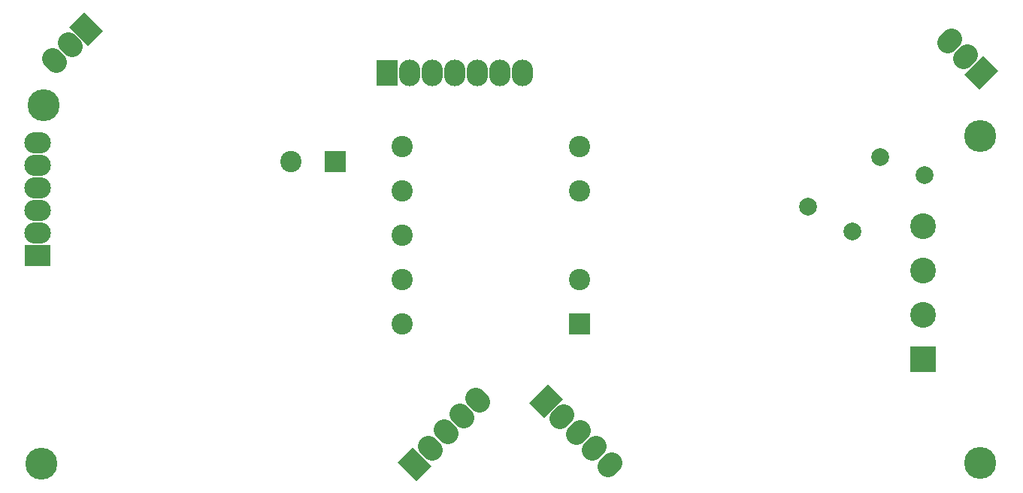
<source format=gbs>
G04 #@! TF.FileFunction,Soldermask,Bot*
%FSLAX46Y46*%
G04 Gerber Fmt 4.6, Leading zero omitted, Abs format (unit mm)*
G04 Created by KiCad (PCBNEW 4.0.7) date 11/07/17 19:12:29*
%MOMM*%
%LPD*%
G01*
G04 APERTURE LIST*
%ADD10C,0.100000*%
%ADD11C,3.600000*%
%ADD12C,2.900000*%
%ADD13R,2.900000X2.900000*%
%ADD14R,2.400000X2.400000*%
%ADD15C,2.400000*%
%ADD16C,2.400000*%
%ADD17O,2.400000X3.000000*%
%ADD18R,2.400000X3.000000*%
%ADD19O,3.000000X2.400000*%
%ADD20R,3.000000X2.400000*%
%ADD21C,2.000000*%
G04 APERTURE END LIST*
D10*
D11*
X213487000Y-78867000D03*
X107696000Y-115824000D03*
X107950000Y-75438000D03*
D12*
X207010000Y-89060000D03*
X207010000Y-94060000D03*
D13*
X207010000Y-104060000D03*
D12*
X207010000Y-99060000D03*
D14*
X168369000Y-100090000D03*
D15*
X168369000Y-95090000D03*
X168369000Y-85090000D03*
X168369000Y-80090000D03*
X148369000Y-80090000D03*
X148369000Y-85090000D03*
X148369000Y-90090000D03*
X148369000Y-95090000D03*
X148369000Y-100090000D03*
D16*
X109396030Y-70606234D02*
X108971766Y-70181970D01*
X111192081Y-68810183D02*
X110767817Y-68385919D01*
D10*
G36*
X112563868Y-64892812D02*
X114685188Y-67014132D01*
X112988132Y-68711188D01*
X110866812Y-66589868D01*
X112563868Y-64892812D01*
X112563868Y-64892812D01*
G37*
G36*
X215523188Y-71542868D02*
X213401868Y-73664188D01*
X211704812Y-71967132D01*
X213826132Y-69845812D01*
X215523188Y-71542868D01*
X215523188Y-71542868D01*
G37*
D16*
X211605817Y-70171081D02*
X212030081Y-69746817D01*
X209809766Y-68375030D02*
X210234030Y-67950766D01*
D17*
X161925000Y-71755000D03*
X159385000Y-71755000D03*
X156845000Y-71755000D03*
X154305000Y-71755000D03*
X151765000Y-71755000D03*
X149225000Y-71755000D03*
D18*
X146685000Y-71755000D03*
D19*
X107315000Y-79629000D03*
X107315000Y-82169000D03*
X107315000Y-84709000D03*
X107315000Y-87249000D03*
X107315000Y-89789000D03*
D20*
X107315000Y-92329000D03*
D16*
X156705073Y-108427663D02*
X157129337Y-108851927D01*
X154909022Y-110223714D02*
X155333286Y-110647978D01*
X153112970Y-112019766D02*
X153537234Y-112444030D01*
X151316919Y-113815817D02*
X151741183Y-114240081D01*
D10*
G36*
X149945132Y-117733188D02*
X147823812Y-115611868D01*
X149520868Y-113914812D01*
X151642188Y-116036132D01*
X149945132Y-117733188D01*
X149945132Y-117733188D01*
G37*
G36*
X162682812Y-108924132D02*
X164804132Y-106802812D01*
X166501188Y-108499868D01*
X164379868Y-110621188D01*
X162682812Y-108924132D01*
X162682812Y-108924132D01*
G37*
D16*
X166600183Y-110295919D02*
X166175919Y-110720183D01*
X168396234Y-112091970D02*
X167971970Y-112516234D01*
X170192286Y-113888022D02*
X169768022Y-114312286D01*
X171988337Y-115684073D02*
X171564073Y-116108337D01*
D21*
X207184000Y-83280000D03*
X202184000Y-81280000D03*
D14*
X140826500Y-81788000D03*
D15*
X135826500Y-81788000D03*
D21*
X194056000Y-86868000D03*
X199056000Y-89668000D03*
D11*
X213487000Y-115697000D03*
M02*

</source>
